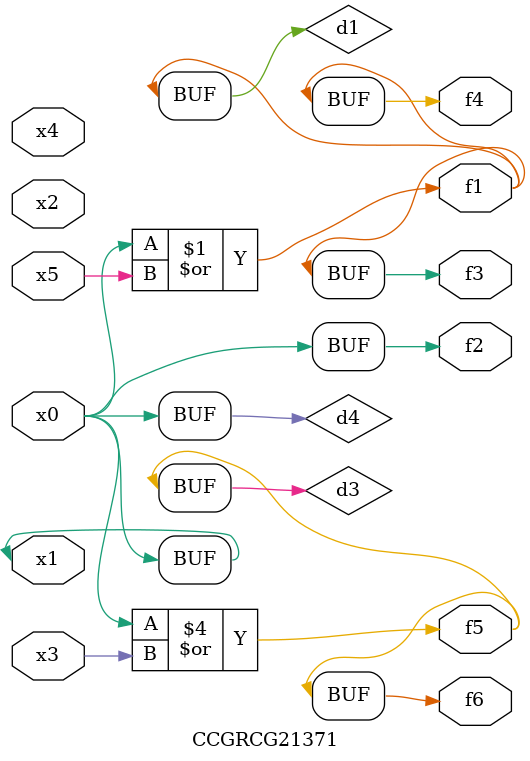
<source format=v>
module CCGRCG21371(
	input x0, x1, x2, x3, x4, x5,
	output f1, f2, f3, f4, f5, f6
);

	wire d1, d2, d3, d4;

	or (d1, x0, x5);
	xnor (d2, x1, x4);
	or (d3, x0, x3);
	buf (d4, x0, x1);
	assign f1 = d1;
	assign f2 = d4;
	assign f3 = d1;
	assign f4 = d1;
	assign f5 = d3;
	assign f6 = d3;
endmodule

</source>
